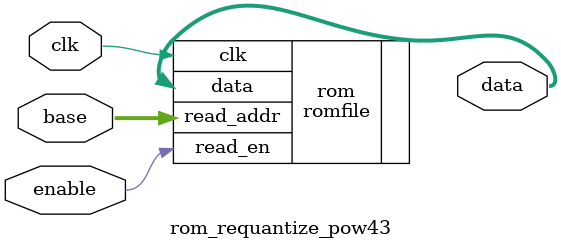
<source format=v>
`timescale 1ns / 1ps
`default_nettype none

module rom_requantize_pow43(
    input wire          clk,
	 input wire          enable,
    input wire  [12:0]  base,
    output wire [17:0]  data
    );

	romfile #(
		.ROM_WIDTH(18),
		.ROM_ADDR_BITS(13),
		.FILENAME("lookup_requantize_pow43.txt")
	) rom (
		.clk(clk),
		.read_en(enable),
		.read_addr(base),
		.data(data)
	);
endmodule


</source>
